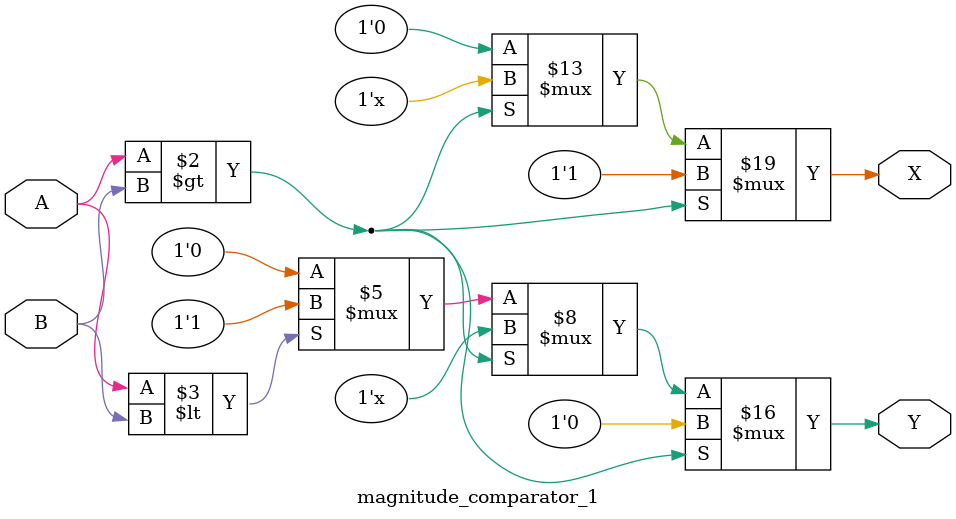
<source format=v>
module magnitude_comparator_1(A, B, X, Y);
	
	input A, B;
	output reg X, Y;
	
	always @(A, B)
	begin
	if(A>B)
	begin
		X=1;
		Y=0;
	end
	else if(A<B)
	begin
		X=0;
		Y=1;
	end
	else
	begin
		X=0;
		Y=0;
	end
	end
	
endmodule
	
	

</source>
